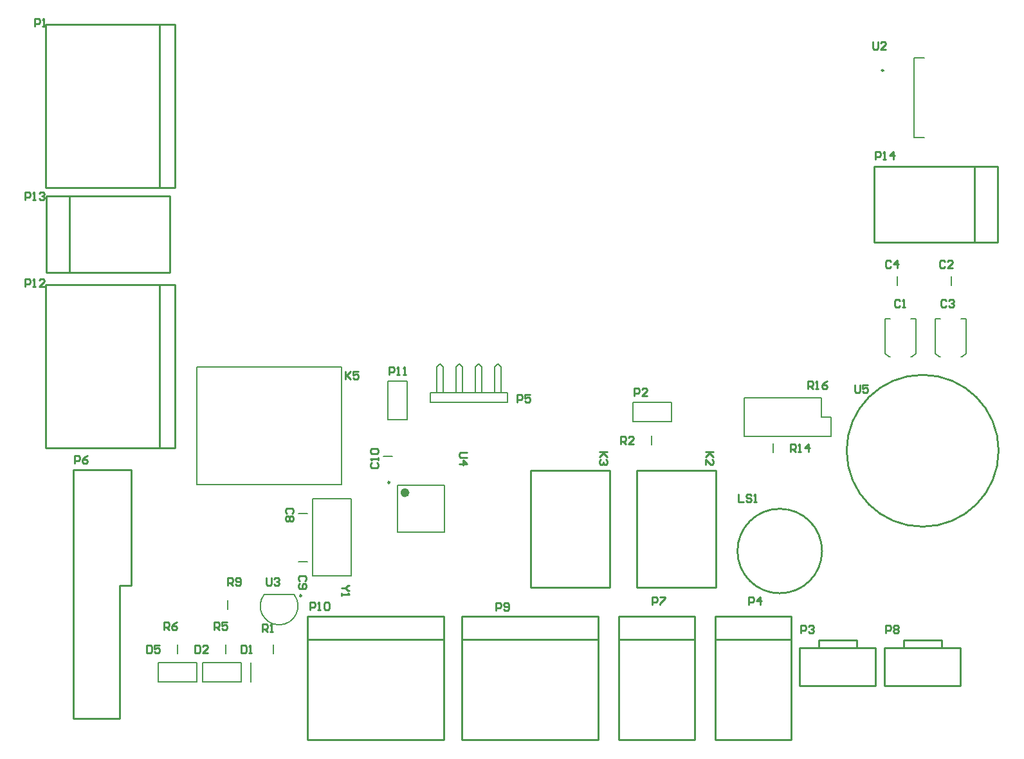
<source format=gto>
%FSTAX25Y25*%
%MOIN*%
G70*
G01*
G75*
%ADD10R,0.04724X0.05512*%
%ADD11R,0.35039X0.41929*%
%ADD12R,0.09449X0.04134*%
%ADD13R,0.05512X0.04724*%
%ADD14R,0.08465X0.11221*%
%ADD15O,0.01181X0.05709*%
%ADD16O,0.05709X0.01181*%
%ADD17C,0.01000*%
%ADD18C,0.01500*%
%ADD19C,0.03000*%
%ADD20C,0.02000*%
%ADD21C,0.11811*%
%ADD22C,0.11000*%
%ADD23C,0.06693*%
%ADD24O,0.03937X0.07874*%
%ADD25O,0.03937X0.07874*%
%ADD26C,0.07874*%
%ADD27R,0.04724X0.04724*%
%ADD28C,0.04724*%
%ADD29C,0.15748*%
%ADD30C,0.05906*%
%ADD31R,0.05906X0.05906*%
%ADD32R,0.07874X0.07874*%
%ADD33R,0.05906X0.05906*%
%ADD34O,0.30000X0.15000*%
%ADD35C,0.06299*%
%ADD36C,0.05000*%
%ADD37C,0.04000*%
%ADD38C,0.02756*%
%ADD39R,0.02362X0.03347*%
%ADD40R,0.03347X0.02362*%
%ADD41R,0.06693X0.06693*%
%ADD42R,0.06693X0.06693*%
%ADD43C,0.05000*%
%ADD44C,0.10000*%
%ADD45C,0.00984*%
%ADD46C,0.00787*%
%ADD47C,0.02362*%
D17*
X050937Y013D02*
G03*
X050937Y013I-003937J0D01*
G01*
X0417871Y0078D02*
G03*
X0417871Y0078I-0021915J0D01*
G01*
X0509Y0238D02*
Y027759D01*
X0497Y0238D02*
X0509D01*
X0445D02*
X0485D01*
X0445D02*
Y027759D01*
X0497Y0238D02*
Y027759D01*
X0485Y0238D02*
X0497D01*
X0445Y027759D02*
X0497D01*
X0509D01*
X0016Y022241D02*
Y0262D01*
X0028D01*
X004D02*
X008D01*
Y022241D02*
Y0262D01*
X0028Y022241D02*
Y0262D01*
X004D01*
X0028Y022241D02*
X008D01*
X0016D02*
X0028D01*
X0151228Y0044D02*
X0222D01*
Y0032D02*
Y0044D01*
Y-002D02*
Y002D01*
X0151228Y-002D02*
X0222D01*
X0151228Y0032D02*
X0222D01*
Y002D02*
Y0032D01*
X0151228Y-002D02*
Y0032D01*
Y0044D01*
X0231228D02*
X0302D01*
Y0032D02*
Y0044D01*
Y-002D02*
Y002D01*
X0231228Y-002D02*
X0302D01*
X0231228Y0032D02*
X0302D01*
Y002D02*
Y0032D01*
X0231228Y-002D02*
Y0032D01*
Y0044D01*
X0074685Y0131378D02*
Y0216024D01*
X001563Y0131378D02*
X0074685D01*
X001563Y0216024D02*
X0074685D01*
X001563Y0131378D02*
Y0216024D01*
X0074685Y0131378D02*
X0082559D01*
Y0216024D01*
X0074685D02*
X0082559D01*
X0312409Y0044D02*
X0352D01*
Y0032D02*
Y0044D01*
Y-002D02*
Y002D01*
X0312409Y-002D02*
X0352D01*
X0312409Y0032D02*
X0352D01*
Y002D02*
Y0032D01*
X0312409Y-002D02*
Y0032D01*
Y0044D01*
X003Y-000874D02*
X0053937D01*
X006Y006D02*
Y012D01*
X0053937Y006D02*
X006D01*
X0053937Y-000874D02*
Y006D01*
X003Y-000874D02*
Y012D01*
X006D01*
X0362409Y0044D02*
X0402D01*
Y0032D02*
Y0044D01*
Y-002D02*
Y002D01*
X0362409Y-002D02*
X0402D01*
X0362409Y0032D02*
X0402D01*
Y002D02*
Y0032D01*
X0362409Y-002D02*
Y0032D01*
Y0044D01*
X0074685Y0351024D02*
X0082559D01*
Y0266378D02*
Y0351024D01*
X0074685Y0266378D02*
X0082559D01*
X001563D02*
Y0351024D01*
X0074685D01*
X001563Y0266378D02*
X0074685D01*
Y0351024D01*
X0307972Y0059185D02*
Y0119815D01*
X0267027D02*
X0307972D01*
X0267027Y0059185D02*
Y0119815D01*
Y0059185D02*
X0307972D01*
X0362972D02*
Y0119815D01*
X0322027D02*
X0362972D01*
X0322027Y0059185D02*
Y0119815D01*
Y0059185D02*
X0362972D01*
X0435843Y0027874D02*
Y0031811D01*
X0416157D02*
X0435843D01*
X0416157Y0027874D02*
Y0031811D01*
X0406315Y0027874D02*
X0445685D01*
Y0008189D02*
Y0027874D01*
X0406315Y0008189D02*
X0445685D01*
X0406315D02*
Y0027874D01*
X0479843D02*
Y0031811D01*
X0460157D02*
X0479843D01*
X0460157Y0027874D02*
Y0031811D01*
X0450315Y0027874D02*
X0489685D01*
Y0008189D02*
Y0027874D01*
X0450315Y0008189D02*
X0489685D01*
X0450315D02*
Y0027874D01*
X0128Y0036D02*
Y0039999D01*
X0129999D01*
X0130666Y0039332D01*
Y0037999D01*
X0129999Y0037333D01*
X0128D01*
X0129333D02*
X0130666Y0036D01*
X0131999D02*
X0133332D01*
X0132665D01*
Y0039999D01*
X0131999Y0039332D01*
X0103Y0037D02*
Y0040999D01*
X0104999D01*
X0105666Y0040332D01*
Y0038999D01*
X0104999Y0038333D01*
X0103D01*
X0104333D02*
X0105666Y0037D01*
X0109664Y0040999D02*
X0106999D01*
Y0038999D01*
X0108332Y0039666D01*
X0108998D01*
X0109664Y0038999D01*
Y0037666D01*
X0108998Y0037D01*
X0107665D01*
X0106999Y0037666D01*
X0077Y0037D02*
Y0040999D01*
X0078999D01*
X0079666Y0040332D01*
Y0038999D01*
X0078999Y0038333D01*
X0077D01*
X0078333D02*
X0079666Y0037D01*
X0083665Y0040999D02*
X0082332Y0040332D01*
X0080999Y0038999D01*
Y0037666D01*
X0081665Y0037D01*
X0082998D01*
X0083665Y0037666D01*
Y0038333D01*
X0082998Y0038999D01*
X0080999D01*
X04508Y00353D02*
Y0039299D01*
X0452799D01*
X0453466Y0038632D01*
Y0037299D01*
X0452799Y0036633D01*
X04508D01*
X0454799Y0038632D02*
X0455465Y0039299D01*
X0456798D01*
X0457465Y0038632D01*
Y0037966D01*
X0456798Y0037299D01*
X0457465Y0036633D01*
Y0035966D01*
X0456798Y00353D01*
X0455465D01*
X0454799Y0035966D01*
Y0036633D01*
X0455465Y0037299D01*
X0454799Y0037966D01*
Y0038632D01*
X0455465Y0037299D02*
X0456798D01*
X04068Y00353D02*
Y0039299D01*
X0408799D01*
X0409466Y0038632D01*
Y0037299D01*
X0408799Y0036633D01*
X04068D01*
X0410799Y0038632D02*
X0411465Y0039299D01*
X0412798D01*
X0413464Y0038632D01*
Y0037966D01*
X0412798Y0037299D01*
X0412132D01*
X0412798D01*
X0413464Y0036633D01*
Y0035966D01*
X0412798Y00353D01*
X0411465D01*
X0410799Y0035966D01*
X04455Y02811D02*
Y0285099D01*
X0447499D01*
X0448166Y0284432D01*
Y0283099D01*
X0447499Y0282433D01*
X04455D01*
X0449499Y02811D02*
X0450832D01*
X0450165D01*
Y0285099D01*
X0449499Y0284432D01*
X045483Y02811D02*
Y0285099D01*
X0452831Y0283099D01*
X0455497D01*
X0005Y026D02*
Y0263999D01*
X0006999D01*
X0007666Y0263332D01*
Y0261999D01*
X0006999Y0261333D01*
X0005D01*
X0008999Y026D02*
X0010332D01*
X0009665D01*
Y0263999D01*
X0008999Y0263332D01*
X0012331D02*
X0012997Y0263999D01*
X001433D01*
X0014997Y0263332D01*
Y0262666D01*
X001433Y0261999D01*
X0013664D01*
X001433D01*
X0014997Y0261333D01*
Y0260666D01*
X001433Y026D01*
X0012997D01*
X0012331Y0260666D01*
X04015Y01295D02*
Y0133499D01*
X0403499D01*
X0404166Y0132832D01*
Y0131499D01*
X0403499Y0130833D01*
X04015D01*
X0402833D02*
X0404166Y01295D01*
X0405499D02*
X0406832D01*
X0406165D01*
Y0133499D01*
X0405499Y0132832D01*
X041083Y01295D02*
Y0133499D01*
X0408831Y0131499D01*
X0411497D01*
X01525Y00475D02*
Y0051499D01*
X0154499D01*
X0155166Y0050832D01*
Y0049499D01*
X0154499Y0048833D01*
X01525D01*
X0156499Y00475D02*
X0157832D01*
X0157165D01*
Y0051499D01*
X0156499Y0050832D01*
X0159831D02*
X0160497Y0051499D01*
X016183D01*
X0162497Y0050832D01*
Y0048166D01*
X016183Y00475D01*
X0160497D01*
X0159831Y0048166D01*
Y0050832D01*
X0172999Y006D02*
X0172332D01*
X0170999Y0058667D01*
X0172332Y0057334D01*
X0172999D01*
X0170999Y0058667D02*
X0169D01*
Y0056001D02*
Y0054668D01*
Y0055335D01*
X0172999D01*
X0172332Y0056001D01*
X0435Y0163999D02*
Y0160667D01*
X0435666Y016D01*
X0436999D01*
X0437666Y0160667D01*
Y0163999D01*
X0441665D02*
X0438999D01*
Y0161999D01*
X0440332Y0162666D01*
X0440998D01*
X0441665Y0161999D01*
Y0160667D01*
X0440998Y016D01*
X0439665D01*
X0438999Y0160667D01*
X013Y0063999D02*
Y0060666D01*
X0130666Y006D01*
X0131999D01*
X0132666Y0060666D01*
Y0063999D01*
X0133999Y0063332D02*
X0134665Y0063999D01*
X0135998D01*
X0136664Y0063332D01*
Y0062666D01*
X0135998Y0061999D01*
X0135332D01*
X0135998D01*
X0136664Y0061333D01*
Y0060666D01*
X0135998Y006D01*
X0134665D01*
X0133999Y0060666D01*
X04443Y0341999D02*
Y0338666D01*
X0444966Y0338D01*
X0446299D01*
X0446966Y0338666D01*
Y0341999D01*
X0450964Y0338D02*
X0448299D01*
X0450964Y0340666D01*
Y0341332D01*
X0450298Y0341999D01*
X0448965D01*
X0448299Y0341332D01*
X04105Y0162D02*
Y0165999D01*
X0412499D01*
X0413166Y0165332D01*
Y0163999D01*
X0412499Y0163333D01*
X04105D01*
X0411833D02*
X0413166Y0162D01*
X0414499D02*
X0415832D01*
X0415165D01*
Y0165999D01*
X0414499Y0165332D01*
X0420497Y0165999D02*
X0419164Y0165332D01*
X0417831Y0163999D01*
Y0162666D01*
X0418497Y0162D01*
X041983D01*
X0420497Y0162666D01*
Y0163333D01*
X041983Y0163999D01*
X0417831D01*
X011Y006D02*
Y0063999D01*
X0111999D01*
X0112666Y0063332D01*
Y0061999D01*
X0111999Y0061333D01*
X011D01*
X0111333D02*
X0112666Y006D01*
X0113999Y0060666D02*
X0114665Y006D01*
X0115998D01*
X0116665Y0060666D01*
Y0063332D01*
X0115998Y0063999D01*
X0114665D01*
X0113999Y0063332D01*
Y0062666D01*
X0114665Y0061999D01*
X0116665D01*
X03135Y01335D02*
Y0137499D01*
X0315499D01*
X0316166Y0136832D01*
Y0135499D01*
X0315499Y0134833D01*
X03135D01*
X0314833D02*
X0316166Y01335D01*
X0320164D02*
X0317499D01*
X0320164Y0136166D01*
Y0136832D01*
X0319498Y0137499D01*
X0318165D01*
X0317499Y0136832D01*
X0249Y0047D02*
Y0050999D01*
X0250999D01*
X0251666Y0050332D01*
Y0048999D01*
X0250999Y0048333D01*
X0249D01*
X0252999Y0047666D02*
X0253665Y0047D01*
X0254998D01*
X0255664Y0047666D01*
Y0050332D01*
X0254998Y0050999D01*
X0253665D01*
X0252999Y0050332D01*
Y0049666D01*
X0253665Y0048999D01*
X0255664D01*
X0005Y0215D02*
Y0218999D01*
X0006999D01*
X0007666Y0218332D01*
Y0216999D01*
X0006999Y0216333D01*
X0005D01*
X0008999Y0215D02*
X0010332D01*
X0009665D01*
Y0218999D01*
X0008999Y0218332D01*
X0014997Y0215D02*
X0012331D01*
X0014997Y0217666D01*
Y0218332D01*
X001433Y0218999D01*
X0012997D01*
X0012331Y0218332D01*
X033Y005D02*
Y0053999D01*
X0331999D01*
X0332666Y0053332D01*
Y0051999D01*
X0331999Y0051333D01*
X033D01*
X0333999Y0053999D02*
X0336665D01*
Y0053332D01*
X0333999Y0050666D01*
Y005D01*
X00305Y01235D02*
Y0127499D01*
X0032499D01*
X0033166Y0126832D01*
Y0125499D01*
X0032499Y0124833D01*
X00305D01*
X0037165Y0127499D02*
X0035832Y0126832D01*
X0034499Y0125499D01*
Y0124167D01*
X0035165Y01235D01*
X0036498D01*
X0037165Y0124167D01*
Y0124833D01*
X0036498Y0125499D01*
X0034499D01*
X026Y0155D02*
Y0158999D01*
X0261999D01*
X0262666Y0158332D01*
Y0156999D01*
X0261999Y0156333D01*
X026D01*
X0266665Y0158999D02*
X0263999D01*
Y0156999D01*
X0265332Y0157666D01*
X0265998D01*
X0266665Y0156999D01*
Y0155666D01*
X0265998Y0155D01*
X0264665D01*
X0263999Y0155666D01*
X038Y005D02*
Y0053999D01*
X0381999D01*
X0382666Y0053332D01*
Y0051999D01*
X0381999Y0051333D01*
X038D01*
X0385998Y005D02*
Y0053999D01*
X0383999Y0051999D01*
X0386665D01*
X03206Y01584D02*
Y0162399D01*
X0322599D01*
X0323266Y0161732D01*
Y0160399D01*
X0322599Y0159733D01*
X03206D01*
X0327264Y01584D02*
X0324599D01*
X0327264Y0161066D01*
Y0161732D01*
X0326598Y0162399D01*
X0325265D01*
X0324599Y0161732D01*
X001Y035D02*
Y0353999D01*
X0011999D01*
X0012666Y0353332D01*
Y0351999D01*
X0011999Y0351333D01*
X001D01*
X0013999Y035D02*
X0015332D01*
X0014665D01*
Y0353999D01*
X0013999Y0353332D01*
X0374557Y0107399D02*
Y01034D01*
X0377222D01*
X0381221Y0106732D02*
X0380555Y0107399D01*
X0379222D01*
X0378555Y0106732D01*
Y0106066D01*
X0379222Y0105399D01*
X0380555D01*
X0381221Y0104733D01*
Y0104066D01*
X0380555Y01034D01*
X0379222D01*
X0378555Y0104066D01*
X0382554Y01034D02*
X0383887D01*
X0383221D01*
Y0107399D01*
X0382554Y0106732D01*
X0171Y0170999D02*
Y0167D01*
Y0168333D01*
X0173666Y0170999D01*
X0171667Y0168999D01*
X0173666Y0167D01*
X0177664Y0170999D02*
X0174999D01*
Y0168999D01*
X0176332Y0169666D01*
X0176998D01*
X0177664Y0168999D01*
Y0167666D01*
X0176998Y0167D01*
X0175665D01*
X0174999Y0167666D01*
X0306499Y01295D02*
X03025D01*
X0303833D01*
X0306499Y0126834D01*
X0304499Y0128834D01*
X03025Y0126834D01*
X0305832Y0125501D02*
X0306499Y0124835D01*
Y0123502D01*
X0305832Y0122836D01*
X0305166D01*
X0304499Y0123502D01*
Y0124168D01*
Y0123502D01*
X0303833Y0122836D01*
X0303166D01*
X03025Y0123502D01*
Y0124835D01*
X0303166Y0125501D01*
X0361499Y01295D02*
X03575D01*
X0358833D01*
X0361499Y0126834D01*
X0359499Y0128834D01*
X03575Y0126834D01*
Y0122836D02*
Y0125501D01*
X0360166Y0122836D01*
X0360832D01*
X0361499Y0123502D01*
Y0124835D01*
X0360832Y0125501D01*
X0117Y0028999D02*
Y0025D01*
X0118999D01*
X0119666Y0025666D01*
Y0028332D01*
X0118999Y0028999D01*
X0117D01*
X0120999Y0025D02*
X0122332D01*
X0121665D01*
Y0028999D01*
X0120999Y0028332D01*
X0149832Y0062334D02*
X0150499Y0063001D01*
Y0064334D01*
X0149832Y0065D01*
X0147166D01*
X01465Y0064334D01*
Y0063001D01*
X0147166Y0062334D01*
Y0061001D02*
X01465Y0060335D01*
Y0059002D01*
X0147166Y0058336D01*
X0149832D01*
X0150499Y0059002D01*
Y0060335D01*
X0149832Y0061001D01*
X0149166D01*
X0148499Y0060335D01*
Y0058336D01*
X0143332Y0097334D02*
X0143999Y0098001D01*
Y0099334D01*
X0143332Y01D01*
X0140666D01*
X014Y0099334D01*
Y0098001D01*
X0140666Y0097334D01*
X0143332Y0096001D02*
X0143999Y0095335D01*
Y0094002D01*
X0143332Y0093335D01*
X0142666D01*
X0141999Y0094002D01*
X0141333Y0093335D01*
X0140666D01*
X014Y0094002D01*
Y0095335D01*
X0140666Y0096001D01*
X0141333D01*
X0141999Y0095335D01*
X0142666Y0096001D01*
X0143332D01*
X0141999Y0095335D02*
Y0094002D01*
X0184668Y0123666D02*
X0184001Y0122999D01*
Y0121667D01*
X0184668Y0121D01*
X0187334D01*
X0188Y0121667D01*
Y0122999D01*
X0187334Y0123666D01*
X0188Y0124999D02*
Y0126332D01*
Y0125665D01*
X0184001D01*
X0184668Y0124999D01*
Y0128331D02*
X0184001Y0128997D01*
Y013033D01*
X0184668Y0130997D01*
X0187334D01*
X0188Y013033D01*
Y0128997D01*
X0187334Y0128331D01*
X0184668D01*
X0453566Y0228232D02*
X0452899Y0228899D01*
X0451566D01*
X04509Y0228232D01*
Y0225566D01*
X0451566Y02249D01*
X0452899D01*
X0453566Y0225566D01*
X0456898Y02249D02*
Y0228899D01*
X0454899Y0226899D01*
X0457564D01*
X0482166Y0207832D02*
X0481499Y0208499D01*
X0480166D01*
X04795Y0207832D01*
Y0205166D01*
X0480166Y02045D01*
X0481499D01*
X0482166Y0205166D01*
X0483499Y0207832D02*
X0484165Y0208499D01*
X0485498D01*
X0486165Y0207832D01*
Y0207166D01*
X0485498Y0206499D01*
X0484832D01*
X0485498D01*
X0486165Y0205833D01*
Y0205166D01*
X0485498Y02045D01*
X0484165D01*
X0483499Y0205166D01*
X0481566Y0228232D02*
X0480899Y0228899D01*
X0479566D01*
X04789Y0228232D01*
Y0225566D01*
X0479566Y02249D01*
X0480899D01*
X0481566Y0225566D01*
X0485565Y02249D02*
X0482899D01*
X0485565Y0227566D01*
Y0228232D01*
X0484898Y0228899D01*
X0483565D01*
X0482899Y0228232D01*
X0458166Y0207832D02*
X0457499Y0208499D01*
X0456166D01*
X04555Y0207832D01*
Y0205166D01*
X0456166Y02045D01*
X0457499D01*
X0458166Y0205166D01*
X0459499Y02045D02*
X0460832D01*
X0460165D01*
Y0208499D01*
X0459499Y0207832D01*
X0093Y0028999D02*
Y0025D01*
X0094999D01*
X0095666Y0025666D01*
Y0028332D01*
X0094999Y0028999D01*
X0093D01*
X0099664Y0025D02*
X0096999D01*
X0099664Y0027666D01*
Y0028332D01*
X0098998Y0028999D01*
X0097665D01*
X0096999Y0028332D01*
X0068Y0028999D02*
Y0025D01*
X0069999D01*
X0070666Y0025666D01*
Y0028332D01*
X0069999Y0028999D01*
X0068D01*
X0074664D02*
X0071999D01*
Y0026999D01*
X0073332Y0027666D01*
X0073998D01*
X0074664Y0026999D01*
Y0025666D01*
X0073998Y0025D01*
X0072665D01*
X0071999Y0025666D01*
X01936Y01694D02*
Y0173399D01*
X0195599D01*
X0196266Y0172732D01*
Y0171399D01*
X0195599Y0170733D01*
X01936D01*
X0197599Y01694D02*
X0198932D01*
X0198265D01*
Y0173399D01*
X0197599Y0172732D01*
X0200931Y01694D02*
X0202264D01*
X0201597D01*
Y0173399D01*
X0200931Y0172732D01*
X0233999Y0129D02*
X0230666D01*
X023Y0128333D01*
Y0127001D01*
X0230666Y0126334D01*
X0233999D01*
X023Y0123002D02*
X0233999D01*
X0231999Y0125001D01*
Y0122336D01*
D45*
X0148134Y0054815D02*
G03*
X0148134Y0054815I-0000492J0D01*
G01*
X044972Y0327232D02*
G03*
X044972Y0327232I-0000492J0D01*
G01*
X0193858Y0113583D02*
G03*
X0193858Y0113583I-0000492J0D01*
G01*
D46*
X0128705Y0055405D02*
G03*
X0144295Y0055405I0007795J-0005906D01*
G01*
X01335Y0024638D02*
Y0029362D01*
X0109Y0024638D02*
Y0029362D01*
X0084Y0024638D02*
Y0029362D01*
X03925Y0129138D02*
Y0133862D01*
X0154Y0065D02*
X0174D01*
Y0105D01*
X0154D02*
X0174D01*
X0154Y0065D02*
Y0105D01*
X0128705Y0055405D02*
X0144295D01*
X046537Y0292331D02*
X0470882D01*
X046537D02*
Y0333669D01*
X0470882D01*
X03775Y01375D02*
Y01575D01*
Y01375D02*
X04225D01*
Y01475D01*
X04175D02*
X04225D01*
X04175D02*
Y01575D01*
X03775D02*
X04175D01*
X011Y0047638D02*
Y0052362D01*
X03295Y0133138D02*
Y0137862D01*
X0215Y0155D02*
X0255D01*
X0218333Y016D02*
Y0173333D01*
X022Y0175D01*
X0221667Y0173333D01*
Y016D02*
Y0173333D01*
X0228333Y016D02*
Y0173333D01*
X023Y0175D01*
X0231667Y0173333D01*
Y016D02*
Y0173333D01*
X0238333Y016D02*
Y0173333D01*
X024Y0175D01*
X0241667Y0173333D01*
Y016D02*
Y0173333D01*
X0248333Y016D02*
Y0173333D01*
X025Y0175D01*
X0251667Y0173333D01*
Y016D02*
Y0173333D01*
X0255Y0155D02*
Y016D01*
X0215Y0155D02*
Y016D01*
X0255D01*
X032Y0145D02*
Y0155D01*
X034D01*
Y0145D02*
Y0155D01*
X032Y0145D02*
X034D01*
X0169Y0112488D02*
Y0173512D01*
X0093803Y0112488D02*
X0169D01*
X0093803D02*
Y0173512D01*
X0169D01*
X0122Y001D02*
Y002D01*
X0146638Y00725D02*
X0151362D01*
X0146638Y00975D02*
X0151362D01*
X0190638Y0127D02*
X0195362D01*
X0457Y0215638D02*
Y0220362D01*
X0492374Y0180478D02*
Y0198343D01*
X0489913D02*
X0492374D01*
X0476626D02*
X0479087D01*
X0476626Y0180478D02*
Y0198343D01*
X0489913Y0178657D02*
X0490553D01*
X0492374Y0180478D01*
X0476626D02*
X0478447Y0178657D01*
X0479087D01*
X0485Y0215638D02*
Y0220362D01*
X0466374Y0180478D02*
Y0198343D01*
X0463913D02*
X0466374D01*
X0450626D02*
X0453087D01*
X0450626Y0180478D02*
Y0198343D01*
X0463913Y0178657D02*
X0464553D01*
X0466374Y0180478D01*
X0450626D02*
X0452447Y0178657D01*
X0453087D01*
X0097Y001D02*
X0117D01*
Y002D01*
X0097D02*
X0117D01*
X0097Y001D02*
Y002D01*
X0074Y001D02*
X0094D01*
Y002D01*
X0074D02*
X0094D01*
X0074Y001D02*
Y002D01*
X0193Y0146D02*
Y0166D01*
Y0146D02*
X0203D01*
Y0166D01*
X0193D02*
X0203D01*
X0197795Y0087795D02*
X0222205D01*
X0197795Y0112205D02*
X0222205D01*
Y0087795D02*
Y0112205D01*
X0197795Y0087795D02*
Y0112205D01*
D47*
X0202913Y0108268D02*
G03*
X0202913Y0108268I-0001181J0D01*
G01*
M02*

</source>
